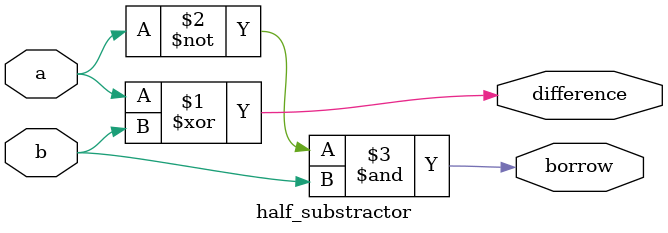
<source format=v>
module half_substractor(a,b,difference,borrow);
  input a,b;
  output wire difference,borrow;
  
  xor x1(difference,a,b);
  and a1(borrow,~a,b);
endmodule

</source>
